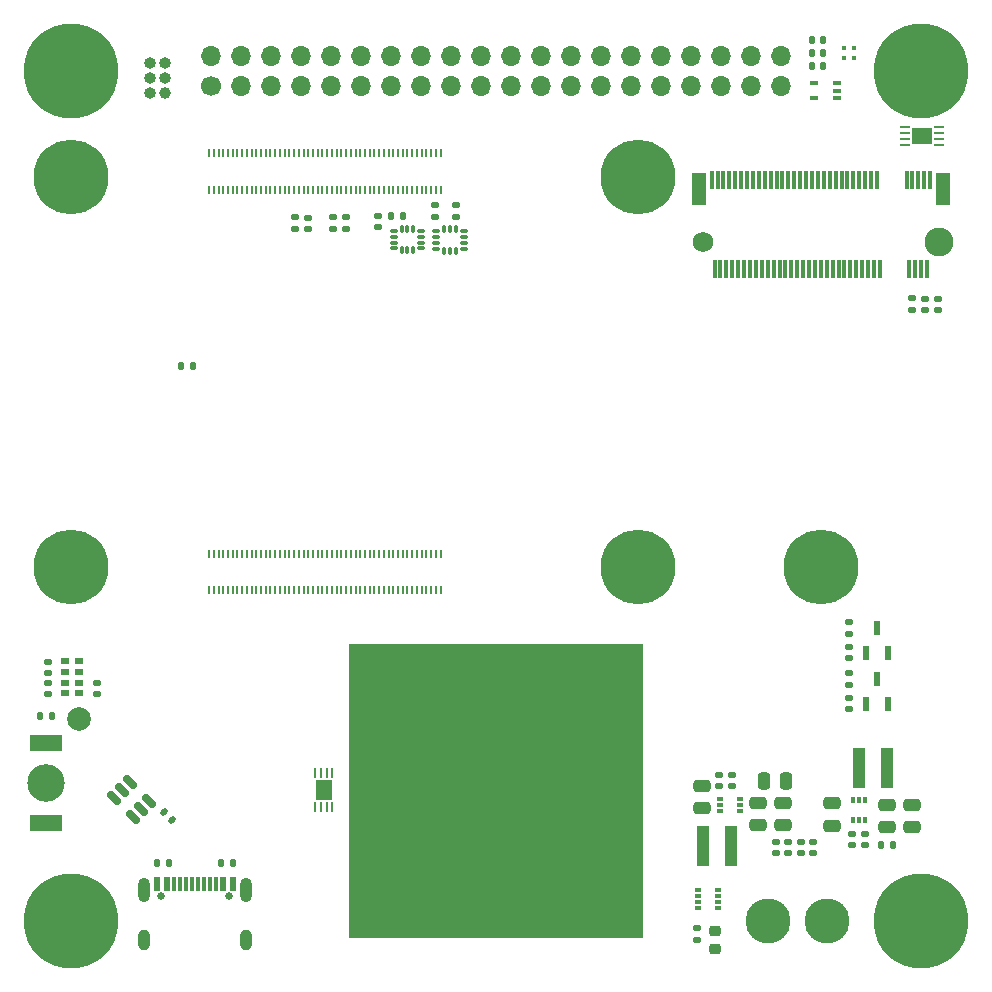
<source format=gbr>
%TF.GenerationSoftware,KiCad,Pcbnew,7.0.1*%
%TF.CreationDate,2023-05-02T11:52:01+02:00*%
%TF.ProjectId,Payload_cm4_23,5061796c-6f61-4645-9f63-6d345f32332e,rev?*%
%TF.SameCoordinates,Original*%
%TF.FileFunction,Soldermask,Top*%
%TF.FilePolarity,Negative*%
%FSLAX46Y46*%
G04 Gerber Fmt 4.6, Leading zero omitted, Abs format (unit mm)*
G04 Created by KiCad (PCBNEW 7.0.1) date 2023-05-02 11:52:01*
%MOMM*%
%LPD*%
G01*
G04 APERTURE LIST*
G04 Aperture macros list*
%AMRoundRect*
0 Rectangle with rounded corners*
0 $1 Rounding radius*
0 $2 $3 $4 $5 $6 $7 $8 $9 X,Y pos of 4 corners*
0 Add a 4 corners polygon primitive as box body*
4,1,4,$2,$3,$4,$5,$6,$7,$8,$9,$2,$3,0*
0 Add four circle primitives for the rounded corners*
1,1,$1+$1,$2,$3*
1,1,$1+$1,$4,$5*
1,1,$1+$1,$6,$7*
1,1,$1+$1,$8,$9*
0 Add four rect primitives between the rounded corners*
20,1,$1+$1,$2,$3,$4,$5,0*
20,1,$1+$1,$4,$5,$6,$7,0*
20,1,$1+$1,$6,$7,$8,$9,0*
20,1,$1+$1,$8,$9,$2,$3,0*%
G04 Aperture macros list end*
%ADD10C,6.330000*%
%ADD11C,1.000000*%
%ADD12O,1.000000X1.000000*%
%ADD13C,1.700000*%
%ADD14O,1.700000X1.700000*%
%ADD15R,0.475000X0.300000*%
%ADD16R,0.600000X1.300000*%
%ADD17R,25.000000X25.000000*%
%ADD18R,0.800000X0.500000*%
%ADD19RoundRect,0.140000X-0.170000X0.140000X-0.170000X-0.140000X0.170000X-0.140000X0.170000X0.140000X0*%
%ADD20RoundRect,0.140000X0.170000X-0.140000X0.170000X0.140000X-0.170000X0.140000X-0.170000X-0.140000X0*%
%ADD21RoundRect,0.140000X-0.140000X-0.170000X0.140000X-0.170000X0.140000X0.170000X-0.140000X0.170000X0*%
%ADD22RoundRect,0.150000X0.468458X-0.256326X-0.256326X0.468458X-0.468458X0.256326X0.256326X-0.468458X0*%
%ADD23C,8.000000*%
%ADD24R,0.980000X3.400000*%
%ADD25RoundRect,0.140000X0.140000X0.170000X-0.140000X0.170000X-0.140000X-0.170000X0.140000X-0.170000X0*%
%ADD26R,0.650000X0.400000*%
%ADD27RoundRect,0.250000X-0.475000X0.250000X-0.475000X-0.250000X0.475000X-0.250000X0.475000X0.250000X0*%
%ADD28RoundRect,0.250000X-0.250000X-0.475000X0.250000X-0.475000X0.250000X0.475000X-0.250000X0.475000X0*%
%ADD29R,0.300000X1.550000*%
%ADD30C,1.750000*%
%ADD31C,2.450000*%
%ADD32R,1.200000X2.750000*%
%ADD33RoundRect,0.140000X0.219203X0.021213X0.021213X0.219203X-0.219203X-0.021213X-0.021213X-0.219203X0*%
%ADD34R,0.200000X0.700000*%
%ADD35C,3.180000*%
%ADD36R,2.790000X1.400000*%
%ADD37C,0.650000*%
%ADD38R,0.600000X1.150000*%
%ADD39R,0.300000X1.150000*%
%ADD40O,1.000000X2.100000*%
%ADD41O,1.000000X1.800000*%
%ADD42RoundRect,0.218750X0.256250X-0.218750X0.256250X0.218750X-0.256250X0.218750X-0.256250X-0.218750X0*%
%ADD43R,0.300000X0.475000*%
%ADD44C,3.800000*%
%ADD45R,0.400000X0.400000*%
%ADD46RoundRect,0.062500X0.337500X0.062500X-0.337500X0.062500X-0.337500X-0.062500X0.337500X-0.062500X0*%
%ADD47R,1.700000X1.400000*%
%ADD48RoundRect,0.087500X0.225000X0.087500X-0.225000X0.087500X-0.225000X-0.087500X0.225000X-0.087500X0*%
%ADD49RoundRect,0.087500X0.087500X0.225000X-0.087500X0.225000X-0.087500X-0.225000X0.087500X-0.225000X0*%
%ADD50RoundRect,0.250000X0.475000X-0.250000X0.475000X0.250000X-0.475000X0.250000X-0.475000X-0.250000X0*%
%ADD51RoundRect,0.062500X-0.062500X0.337500X-0.062500X-0.337500X0.062500X-0.337500X0.062500X0.337500X0*%
%ADD52R,1.400000X1.700000*%
%ADD53C,2.000000*%
G04 APERTURE END LIST*
D10*
%TO.C,H4*%
X113300000Y-70100000D03*
%TD*%
D11*
%TO.C,J6*%
X121300000Y-30000000D03*
D12*
X120030000Y-30000000D03*
X121300000Y-28730000D03*
X120030000Y-28730000D03*
X121300000Y-27460000D03*
X120030000Y-27460000D03*
%TD*%
D13*
%TO.C,J5*%
X125175000Y-29375000D03*
D14*
X125175000Y-26835000D03*
X127715000Y-29375000D03*
X127715000Y-26835000D03*
X130255000Y-29375000D03*
X130255000Y-26835000D03*
X132795000Y-29375000D03*
X132795000Y-26835000D03*
X135335000Y-29375000D03*
X135335000Y-26835000D03*
X137875000Y-29375000D03*
X137875000Y-26835000D03*
X140415000Y-29375000D03*
X140415000Y-26835000D03*
X142955000Y-29375000D03*
X142955000Y-26835000D03*
X145495000Y-29375000D03*
X145495000Y-26835000D03*
X148035000Y-29375000D03*
X148035000Y-26835000D03*
X150575000Y-29375000D03*
X150575000Y-26835000D03*
X153115000Y-29375000D03*
X153115000Y-26835000D03*
X155655000Y-29375000D03*
X155655000Y-26835000D03*
X158195000Y-29375000D03*
X158195000Y-26835000D03*
X160735000Y-29375000D03*
X160735000Y-26835000D03*
X163275000Y-29375000D03*
X163275000Y-26835000D03*
X165815000Y-29375000D03*
X165815000Y-26835000D03*
X168355000Y-29375000D03*
X168355000Y-26835000D03*
X170895000Y-29375000D03*
X170895000Y-26835000D03*
X173435000Y-29375000D03*
X173435000Y-26835000D03*
%TD*%
D15*
%TO.C,IC2*%
X166412000Y-97500000D03*
X166412000Y-98000000D03*
X166412000Y-98500000D03*
X166412000Y-99000000D03*
X168088000Y-99000000D03*
X168088000Y-98500000D03*
X168088000Y-98000000D03*
X168088000Y-97500000D03*
%TD*%
D16*
%TO.C,Q2*%
X180600000Y-77400000D03*
X182500000Y-77400000D03*
X181550000Y-75300000D03*
%TD*%
D17*
%TO.C,HS1*%
X149300000Y-89100000D03*
%TD*%
D18*
%TO.C,IC1*%
X114000000Y-80800000D03*
X114000000Y-79900000D03*
X114000000Y-79000000D03*
X114000000Y-78100000D03*
X112800000Y-78100000D03*
X112800000Y-79000000D03*
X112800000Y-79900000D03*
X112800000Y-80800000D03*
%TD*%
D19*
%TO.C,C10*%
X185600000Y-47400000D03*
X185600000Y-48360000D03*
%TD*%
D20*
%TO.C,R19*%
X173000000Y-94360000D03*
X173000000Y-93400000D03*
%TD*%
D21*
%TO.C,C2*%
X110700000Y-82700000D03*
X111660000Y-82700000D03*
%TD*%
D22*
%TO.C,U8*%
X118582583Y-91276085D03*
X119254334Y-90604334D03*
X119926085Y-89932583D03*
X118317417Y-88323915D03*
X117645666Y-88995666D03*
X116973915Y-89667417D03*
%TD*%
D10*
%TO.C,H1*%
X161300000Y-37100000D03*
%TD*%
D23*
%TO.C,H6*%
X185300000Y-28100000D03*
%TD*%
D19*
%TO.C,C9*%
X186700000Y-47400000D03*
X186700000Y-48360000D03*
%TD*%
%TO.C,R14*%
X179415000Y-92716462D03*
X179415000Y-93676462D03*
%TD*%
D20*
%TO.C,R18*%
X174050000Y-94360000D03*
X174050000Y-93400000D03*
%TD*%
D24*
%TO.C,L1*%
X166800000Y-93700000D03*
X169170000Y-93700000D03*
%TD*%
D25*
%TO.C,R3*%
X176980000Y-25500000D03*
X176020000Y-25500000D03*
%TD*%
D20*
%TO.C,R17*%
X168200000Y-88680000D03*
X168200000Y-87720000D03*
%TD*%
D26*
%TO.C,U7*%
X178150000Y-30450000D03*
X178150000Y-29800000D03*
X178150000Y-29150000D03*
X176250000Y-29150000D03*
X176250000Y-30450000D03*
%TD*%
D20*
%TO.C,R13*%
X179150000Y-75760000D03*
X179150000Y-74800000D03*
%TD*%
D21*
%TO.C,C17*%
X181915000Y-93616462D03*
X182875000Y-93616462D03*
%TD*%
D16*
%TO.C,Q1*%
X180600000Y-81700000D03*
X182500000Y-81700000D03*
X181550000Y-79600000D03*
%TD*%
D27*
%TO.C,C15*%
X171500000Y-90100000D03*
X171500000Y-92000000D03*
%TD*%
D28*
%TO.C,C14*%
X171950000Y-88200000D03*
X173850000Y-88200000D03*
%TD*%
D20*
%TO.C,C1*%
X111400000Y-79080000D03*
X111400000Y-78120000D03*
%TD*%
D10*
%TO.C,H9*%
X176800000Y-70100000D03*
%TD*%
D29*
%TO.C,J4*%
X167550000Y-37325000D03*
X167800000Y-44875000D03*
X168050000Y-37325000D03*
X168300000Y-44875000D03*
X168550000Y-37325000D03*
X168800000Y-44875000D03*
X169050000Y-37325000D03*
X169300000Y-44875000D03*
X169550000Y-37325000D03*
X169800000Y-44875000D03*
X170050000Y-37325000D03*
X170300000Y-44875000D03*
X170550000Y-37325000D03*
X170800000Y-44875000D03*
X171050000Y-37325000D03*
X171300000Y-44875000D03*
X171550000Y-37325000D03*
X171800000Y-44875000D03*
X172050000Y-37325000D03*
X172300000Y-44875000D03*
X172550000Y-37325000D03*
X172800000Y-44875000D03*
X173050000Y-37325000D03*
X173300000Y-44875000D03*
X173550000Y-37325000D03*
X173800000Y-44875000D03*
X174050000Y-37325000D03*
X174300000Y-44875000D03*
X174550000Y-37325000D03*
X174800000Y-44875000D03*
X175050000Y-37325000D03*
X175300000Y-44875000D03*
X175550000Y-37325000D03*
X175800000Y-44875000D03*
X176050000Y-37325000D03*
X176300000Y-44875000D03*
X176550000Y-37325000D03*
X176800000Y-44875000D03*
X177050000Y-37325000D03*
X177300000Y-44875000D03*
X177550000Y-37325000D03*
X177800000Y-44875000D03*
X178050000Y-37325000D03*
X178300000Y-44875000D03*
X178550000Y-37325000D03*
X178800000Y-44875000D03*
X179050000Y-37325000D03*
X179300000Y-44875000D03*
X179550000Y-37325000D03*
X179800000Y-44875000D03*
X180050000Y-37325000D03*
X180300000Y-44875000D03*
X180550000Y-37325000D03*
X180800000Y-44875000D03*
X181050000Y-37325000D03*
X181300000Y-44875000D03*
X181550000Y-37325000D03*
X181800000Y-44875000D03*
X184050000Y-37325000D03*
X184300000Y-44875000D03*
X184550000Y-37325000D03*
X184800000Y-44875000D03*
X185050000Y-37325000D03*
X185300000Y-44875000D03*
X185550000Y-37325000D03*
X185800000Y-44875000D03*
X186050000Y-37325000D03*
D30*
X166800000Y-42600000D03*
D31*
X186800000Y-42600000D03*
D32*
X166450000Y-38100000D03*
X187150000Y-38100000D03*
%TD*%
D23*
%TO.C,H7*%
X113300000Y-28100000D03*
%TD*%
D20*
%TO.C,R7*%
X132300000Y-41480000D03*
X132300000Y-40520000D03*
%TD*%
D33*
%TO.C,C5*%
X121890000Y-91520000D03*
X121211178Y-90841178D03*
%TD*%
D27*
%TO.C,C16*%
X173600000Y-90100000D03*
X173600000Y-92000000D03*
%TD*%
D10*
%TO.C,H3*%
X161300000Y-70100000D03*
%TD*%
D34*
%TO.C,U2*%
X144600000Y-35100000D03*
X144600000Y-38180000D03*
X144200000Y-35100000D03*
X144200000Y-38180000D03*
X143800000Y-35100000D03*
X143800000Y-38180000D03*
X143400000Y-35100000D03*
X143400000Y-38180000D03*
X143000000Y-35100000D03*
X143000000Y-38180000D03*
X142600000Y-35100000D03*
X142600000Y-38180000D03*
X142200000Y-35100000D03*
X142200000Y-38180000D03*
X141800000Y-35100000D03*
X141800000Y-38180000D03*
X141400000Y-35100000D03*
X141400000Y-38180000D03*
X141000000Y-35100000D03*
X141000000Y-38180000D03*
X140600000Y-35100000D03*
X140600000Y-38180000D03*
X140200000Y-35100000D03*
X140200000Y-38180000D03*
X139800000Y-35100000D03*
X139800000Y-38180000D03*
X139400000Y-35100000D03*
X139400000Y-38180000D03*
X139000000Y-35100000D03*
X139000000Y-38180000D03*
X138600000Y-35100000D03*
X138600000Y-38180000D03*
X138200000Y-35100000D03*
X138200000Y-38180000D03*
X137800000Y-35100000D03*
X137800000Y-38180000D03*
X137400000Y-35100000D03*
X137400000Y-38180000D03*
X137000000Y-35100000D03*
X137000000Y-38180000D03*
X136600000Y-35100000D03*
X136600000Y-38180000D03*
X136200000Y-35100000D03*
X136200000Y-38180000D03*
X135800000Y-35100000D03*
X135800000Y-38180000D03*
X135400000Y-35100000D03*
X135400000Y-38180000D03*
X135000000Y-35100000D03*
X135000000Y-38180000D03*
X134600000Y-35100000D03*
X134600000Y-38180000D03*
X134200000Y-35100000D03*
X134200000Y-38180000D03*
X133800000Y-35100000D03*
X133800000Y-38180000D03*
X133400000Y-35100000D03*
X133400000Y-38180000D03*
X133000000Y-35100000D03*
X133000000Y-38180000D03*
X132600000Y-35100000D03*
X132600000Y-38180000D03*
X132200000Y-35100000D03*
X132200000Y-38180000D03*
X131800000Y-35100000D03*
X131800000Y-38180000D03*
X131400000Y-35100000D03*
X131400000Y-38180000D03*
X131000000Y-35100000D03*
X131000000Y-38180000D03*
X130600000Y-35100000D03*
X130600000Y-38180000D03*
X130200000Y-35100000D03*
X130200000Y-38180000D03*
X129800000Y-35100000D03*
X129800000Y-38180000D03*
X129400000Y-35100000D03*
X129400000Y-38180000D03*
X129000000Y-35100000D03*
X129000000Y-38180000D03*
X128600000Y-35100000D03*
X128600000Y-38180000D03*
X128200000Y-35100000D03*
X128200000Y-38180000D03*
X127800000Y-35100000D03*
X127800000Y-38180000D03*
X127400000Y-35100000D03*
X127400000Y-38180000D03*
X127000000Y-35100000D03*
X127000000Y-38180000D03*
X126600000Y-35100000D03*
X126600000Y-38180000D03*
X126200000Y-35100000D03*
X126200000Y-38180000D03*
X125800000Y-35100000D03*
X125800000Y-38180000D03*
X125400000Y-35100000D03*
X125400000Y-38180000D03*
X125000000Y-35100000D03*
X125000000Y-38180000D03*
X144600000Y-69020000D03*
X144600000Y-72100000D03*
X144200000Y-69020000D03*
X144200000Y-72100000D03*
X143800000Y-69020000D03*
X143800000Y-72100000D03*
X143400000Y-69020000D03*
X143400000Y-72100000D03*
X143000000Y-69020000D03*
X143000000Y-72100000D03*
X142600000Y-69020000D03*
X142600000Y-72100000D03*
X142200000Y-69020000D03*
X142200000Y-72100000D03*
X141800000Y-69020000D03*
X141800000Y-72100000D03*
X141400000Y-69020000D03*
X141400000Y-72100000D03*
X141000000Y-69020000D03*
X141000000Y-72100000D03*
X140600000Y-69020000D03*
X140600000Y-72100000D03*
X140200000Y-69020000D03*
X140200000Y-72100000D03*
X139800000Y-69020000D03*
X139800000Y-72100000D03*
X139400000Y-69020000D03*
X139400000Y-72100000D03*
X139000000Y-69020000D03*
X139000000Y-72100000D03*
X138600000Y-69020000D03*
X138600000Y-72100000D03*
X138200000Y-69020000D03*
X138200000Y-72100000D03*
X137800000Y-69020000D03*
X137800000Y-72100000D03*
X137400000Y-69020000D03*
X137400000Y-72100000D03*
X137000000Y-69020000D03*
X137000000Y-72100000D03*
X136600000Y-69020000D03*
X136600000Y-72100000D03*
X136200000Y-69020000D03*
X136200000Y-72100000D03*
X135800000Y-69020000D03*
X135800000Y-72100000D03*
X135400000Y-69020000D03*
X135400000Y-72100000D03*
X135000000Y-69020000D03*
X135000000Y-72100000D03*
X134600000Y-69020000D03*
X134600000Y-72100000D03*
X134200000Y-69020000D03*
X134200000Y-72100000D03*
X133800000Y-69020000D03*
X133800000Y-72100000D03*
X133400000Y-69020000D03*
X133400000Y-72100000D03*
X133000000Y-69020000D03*
X133000000Y-72100000D03*
X132600000Y-69020000D03*
X132600000Y-72100000D03*
X132200000Y-69020000D03*
X132200000Y-72100000D03*
X131800000Y-69020000D03*
X131800000Y-72100000D03*
X131400000Y-69020000D03*
X131400000Y-72100000D03*
X131000000Y-69020000D03*
X131000000Y-72100000D03*
X130600000Y-69020000D03*
X130600000Y-72100000D03*
X130200000Y-69020000D03*
X130200000Y-72100000D03*
X129800000Y-69020000D03*
X129800000Y-72100000D03*
X129400000Y-69020000D03*
X129400000Y-72100000D03*
X129000000Y-69020000D03*
X129000000Y-72100000D03*
X128600000Y-69020000D03*
X128600000Y-72100000D03*
X128200000Y-69020000D03*
X128200000Y-72100000D03*
X127800000Y-69020000D03*
X127800000Y-72100000D03*
X127400000Y-69020000D03*
X127400000Y-72100000D03*
X127000000Y-69020000D03*
X127000000Y-72100000D03*
X126600000Y-69020000D03*
X126600000Y-72100000D03*
X126200000Y-69020000D03*
X126200000Y-72100000D03*
X125800000Y-69020000D03*
X125800000Y-72100000D03*
X125400000Y-69020000D03*
X125400000Y-72100000D03*
X125000000Y-69020000D03*
X125000000Y-72100000D03*
%TD*%
D20*
%TO.C,R10*%
X179150000Y-80080000D03*
X179150000Y-79120000D03*
%TD*%
%TO.C,C18*%
X145900000Y-40460000D03*
X145900000Y-39500000D03*
%TD*%
D35*
%TO.C,BT2*%
X111200000Y-88400000D03*
D36*
X111200000Y-85035000D03*
X111200000Y-91765000D03*
%TD*%
D19*
%TO.C,C11*%
X184500000Y-47380000D03*
X184500000Y-48340000D03*
%TD*%
D37*
%TO.C,J1*%
X120910000Y-97995000D03*
X126690000Y-97995000D03*
D38*
X120600000Y-96920000D03*
X121400000Y-96920000D03*
D39*
X122550000Y-96920000D03*
X123550000Y-96920000D03*
X124050000Y-96920000D03*
X125050000Y-96920000D03*
D38*
X126200000Y-96920000D03*
X127000000Y-96920000D03*
X127000000Y-96920000D03*
X126200000Y-96920000D03*
D39*
X125550000Y-96920000D03*
X124550000Y-96920000D03*
X123050000Y-96920000D03*
X122050000Y-96920000D03*
D38*
X121400000Y-96920000D03*
X120600000Y-96920000D03*
D40*
X119480000Y-97495000D03*
D41*
X119480000Y-101675000D03*
D40*
X128120000Y-97495000D03*
D41*
X128120000Y-101675000D03*
%TD*%
D42*
%TO.C,D2*%
X167800000Y-102500000D03*
X167800000Y-100925000D03*
%TD*%
D20*
%TO.C,C19*%
X144100000Y-40460000D03*
X144100000Y-39500000D03*
%TD*%
D25*
%TO.C,R5*%
X176980000Y-26600000D03*
X176020000Y-26600000D03*
%TD*%
D20*
%TO.C,R20*%
X176150000Y-94360000D03*
X176150000Y-93400000D03*
%TD*%
%TO.C,R22*%
X180515000Y-93676462D03*
X180515000Y-92716462D03*
%TD*%
D43*
%TO.C,IC4*%
X180515000Y-89878462D03*
X180015000Y-89878462D03*
X179515000Y-89878462D03*
X179515000Y-91554462D03*
X180015000Y-91554462D03*
X180515000Y-91554462D03*
%TD*%
D25*
%TO.C,R1*%
X127000000Y-95200000D03*
X126040000Y-95200000D03*
%TD*%
D20*
%TO.C,R9*%
X133400000Y-41500000D03*
X133400000Y-40540000D03*
%TD*%
D25*
%TO.C,C6*%
X123610000Y-53100000D03*
X122650000Y-53100000D03*
%TD*%
D19*
%TO.C,R16*%
X169300000Y-87720000D03*
X169300000Y-88680000D03*
%TD*%
D20*
%TO.C,R21*%
X175100000Y-94360000D03*
X175100000Y-93400000D03*
%TD*%
D44*
%TO.C,J11*%
X177300000Y-100100000D03*
X172300000Y-100100000D03*
%TD*%
D23*
%TO.C,H8*%
X113300000Y-100100000D03*
%TD*%
D27*
%TO.C,C7*%
X177715000Y-90116462D03*
X177715000Y-92016462D03*
%TD*%
%TO.C,C12*%
X182415000Y-90266462D03*
X182415000Y-92166462D03*
%TD*%
D45*
%TO.C,D1*%
X179600000Y-27000000D03*
X178800000Y-27000000D03*
X178800000Y-26200000D03*
X179600000Y-26200000D03*
%TD*%
D46*
%TO.C,U5*%
X186825000Y-34350000D03*
X186825000Y-33850000D03*
X186825000Y-33350000D03*
X186825000Y-32850000D03*
X183925000Y-32850000D03*
X183925000Y-33350000D03*
X183925000Y-33850000D03*
X183925000Y-34350000D03*
D47*
X185375000Y-33600000D03*
%TD*%
D48*
%TO.C,U1*%
X142962500Y-43150000D03*
X142962500Y-42650000D03*
X142962500Y-42150000D03*
X142962500Y-41650000D03*
D49*
X142300000Y-41487500D03*
X141800000Y-41487500D03*
X141300000Y-41487500D03*
D48*
X140637500Y-41650000D03*
X140637500Y-42150000D03*
X140637500Y-42650000D03*
X140637500Y-43150000D03*
D49*
X141300000Y-43312500D03*
X141800000Y-43312500D03*
X142300000Y-43312500D03*
%TD*%
D25*
%TO.C,C3*%
X141380000Y-40400000D03*
X140420000Y-40400000D03*
%TD*%
D24*
%TO.C,L2*%
X180015000Y-87116462D03*
X182385000Y-87116462D03*
%TD*%
D27*
%TO.C,C8*%
X184515000Y-90266462D03*
X184515000Y-92166462D03*
%TD*%
D20*
%TO.C,R15*%
X166300000Y-101660000D03*
X166300000Y-100700000D03*
%TD*%
D50*
%TO.C,C13*%
X166700000Y-90550000D03*
X166700000Y-88650000D03*
%TD*%
D25*
%TO.C,R2*%
X121580000Y-95200000D03*
X120620000Y-95200000D03*
%TD*%
D20*
%TO.C,R6*%
X135500000Y-41480000D03*
X135500000Y-40520000D03*
%TD*%
%TO.C,R26*%
X111400000Y-80860000D03*
X111400000Y-79900000D03*
%TD*%
D25*
%TO.C,R4*%
X176980000Y-27700000D03*
X176020000Y-27700000D03*
%TD*%
D19*
%TO.C,R11*%
X179150000Y-81220000D03*
X179150000Y-82180000D03*
%TD*%
D15*
%TO.C,IC3*%
X168262000Y-89800000D03*
X168262000Y-90300000D03*
X168262000Y-90800000D03*
X169938000Y-90800000D03*
X169938000Y-90300000D03*
X169938000Y-89800000D03*
%TD*%
D10*
%TO.C,H2*%
X113300000Y-37100000D03*
%TD*%
D23*
%TO.C,H5*%
X185300000Y-100100000D03*
%TD*%
D19*
%TO.C,R12*%
X179150000Y-76890000D03*
X179150000Y-77850000D03*
%TD*%
D20*
%TO.C,R25*%
X115500000Y-80860000D03*
X115500000Y-79900000D03*
%TD*%
D48*
%TO.C,U3*%
X146562500Y-43162500D03*
X146562500Y-42662500D03*
X146562500Y-42162500D03*
X146562500Y-41662500D03*
D49*
X145900000Y-41500000D03*
X145400000Y-41500000D03*
X144900000Y-41500000D03*
D48*
X144237500Y-41662500D03*
X144237500Y-42162500D03*
X144237500Y-42662500D03*
X144237500Y-43162500D03*
D49*
X144900000Y-43325000D03*
X145400000Y-43325000D03*
X145900000Y-43325000D03*
%TD*%
D20*
%TO.C,R8*%
X136600000Y-41480000D03*
X136600000Y-40520000D03*
%TD*%
D51*
%TO.C,U4*%
X135450000Y-87550000D03*
X134950000Y-87550000D03*
X134450000Y-87550000D03*
X133950000Y-87550000D03*
X133950000Y-90450000D03*
X134450000Y-90450000D03*
X134950000Y-90450000D03*
X135450000Y-90450000D03*
D52*
X134700000Y-89000000D03*
%TD*%
D53*
%TO.C,TP1*%
X114000000Y-83000000D03*
%TD*%
D20*
%TO.C,C4*%
X139300000Y-41360000D03*
X139300000Y-40400000D03*
%TD*%
M02*

</source>
